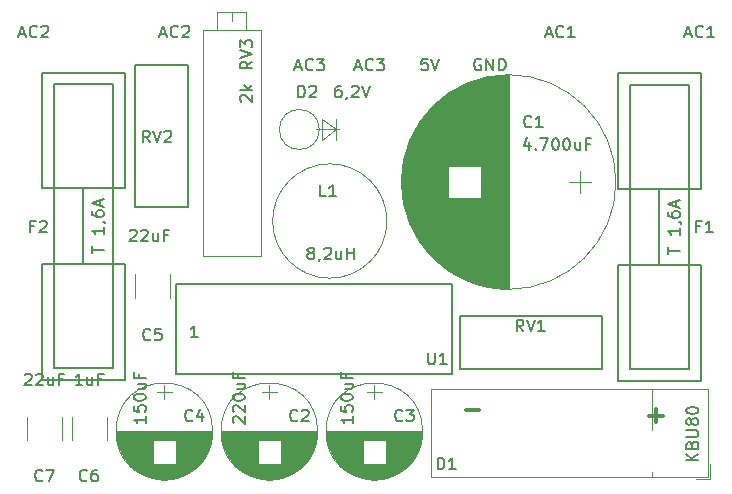
<source format=gto>
G04 #@! TF.GenerationSoftware,KiCad,Pcbnew,(5.1.6)-1*
G04 #@! TF.CreationDate,2020-08-05T18:30:33+02:00*
G04 #@! TF.ProjectId,C64-PSU-251053-11_Austauschplatine,4336342d-5053-4552-9d32-35313035332d,0.3.1*
G04 #@! TF.SameCoordinates,Original*
G04 #@! TF.FileFunction,Legend,Top*
G04 #@! TF.FilePolarity,Positive*
%FSLAX46Y46*%
G04 Gerber Fmt 4.6, Leading zero omitted, Abs format (unit mm)*
G04 Created by KiCad (PCBNEW (5.1.6)-1) date 2020-08-05 18:30:33*
%MOMM*%
%LPD*%
G01*
G04 APERTURE LIST*
%ADD10C,0.300000*%
%ADD11C,0.120000*%
%ADD12C,0.150000*%
G04 APERTURE END LIST*
D10*
X158126428Y-106912857D02*
X156983571Y-106912857D01*
X173626428Y-107412857D02*
X172483571Y-107412857D01*
X173055000Y-106841428D02*
X173055000Y-107984285D01*
D11*
X150295000Y-90932000D02*
G75*
G03*
X150295000Y-90932000I-4840000J0D01*
G01*
X137160000Y-73225000D02*
X137160000Y-73985000D01*
X138400000Y-74744000D02*
X135920000Y-74744000D01*
X138400000Y-73225000D02*
X135920000Y-73225000D01*
X135920000Y-73225000D02*
X135920000Y-74744000D01*
X138400000Y-73225000D02*
X138400000Y-74744000D01*
X139620000Y-93866000D02*
X134700000Y-93866000D01*
X139620000Y-74745000D02*
X134700000Y-74745000D01*
X134700000Y-74745000D02*
X134700000Y-93866000D01*
X139620000Y-74745000D02*
X139620000Y-93866000D01*
X149875000Y-105390000D02*
X148575000Y-105390000D01*
X149225000Y-104790000D02*
X149225000Y-105990000D01*
X149471000Y-112821000D02*
X148979000Y-112821000D01*
X149823000Y-112781000D02*
X148627000Y-112781000D01*
X150039000Y-112741000D02*
X148411000Y-112741000D01*
X150208000Y-112701000D02*
X148242000Y-112701000D01*
X150352000Y-112661000D02*
X148098000Y-112661000D01*
X150479000Y-112621000D02*
X147971000Y-112621000D01*
X150594000Y-112581000D02*
X147856000Y-112581000D01*
X150698000Y-112541000D02*
X147752000Y-112541000D01*
X150795000Y-112501000D02*
X147655000Y-112501000D01*
X150885000Y-112461000D02*
X147565000Y-112461000D01*
X150970000Y-112421000D02*
X147480000Y-112421000D01*
X151051000Y-112381000D02*
X147399000Y-112381000D01*
X151127000Y-112341000D02*
X147323000Y-112341000D01*
X151199000Y-112301000D02*
X147251000Y-112301000D01*
X151268000Y-112261000D02*
X147182000Y-112261000D01*
X151334000Y-112221000D02*
X147116000Y-112221000D01*
X151398000Y-112181000D02*
X147052000Y-112181000D01*
X151459000Y-112141000D02*
X146991000Y-112141000D01*
X151518000Y-112101000D02*
X146932000Y-112101000D01*
X151574000Y-112061000D02*
X146876000Y-112061000D01*
X151629000Y-112021000D02*
X146821000Y-112021000D01*
X151682000Y-111981000D02*
X146768000Y-111981000D01*
X151733000Y-111941000D02*
X146717000Y-111941000D01*
X151782000Y-111901000D02*
X146668000Y-111901000D01*
X151830000Y-111861000D02*
X146620000Y-111861000D01*
X151877000Y-111821000D02*
X146573000Y-111821000D01*
X151922000Y-111781000D02*
X146528000Y-111781000D01*
X151965000Y-111741000D02*
X146485000Y-111741000D01*
X152008000Y-111701000D02*
X146442000Y-111701000D01*
X152049000Y-111661000D02*
X146401000Y-111661000D01*
X152090000Y-111621000D02*
X146360000Y-111621000D01*
X152129000Y-111581000D02*
X146321000Y-111581000D01*
X152167000Y-111541000D02*
X146283000Y-111541000D01*
X152204000Y-111501000D02*
X146246000Y-111501000D01*
X148245000Y-111461000D02*
X146210000Y-111461000D01*
X152240000Y-111461000D02*
X150205000Y-111461000D01*
X148245000Y-111421000D02*
X146175000Y-111421000D01*
X152275000Y-111421000D02*
X150205000Y-111421000D01*
X148245000Y-111381000D02*
X146141000Y-111381000D01*
X152309000Y-111381000D02*
X150205000Y-111381000D01*
X148245000Y-111341000D02*
X146107000Y-111341000D01*
X152343000Y-111341000D02*
X150205000Y-111341000D01*
X148245000Y-111301000D02*
X146075000Y-111301000D01*
X152375000Y-111301000D02*
X150205000Y-111301000D01*
X148245000Y-111261000D02*
X146043000Y-111261000D01*
X152407000Y-111261000D02*
X150205000Y-111261000D01*
X148245000Y-111221000D02*
X146012000Y-111221000D01*
X152438000Y-111221000D02*
X150205000Y-111221000D01*
X148245000Y-111181000D02*
X145982000Y-111181000D01*
X152468000Y-111181000D02*
X150205000Y-111181000D01*
X148245000Y-111141000D02*
X145953000Y-111141000D01*
X152497000Y-111141000D02*
X150205000Y-111141000D01*
X148245000Y-111101000D02*
X145924000Y-111101000D01*
X152526000Y-111101000D02*
X150205000Y-111101000D01*
X148245000Y-111061000D02*
X145896000Y-111061000D01*
X152554000Y-111061000D02*
X150205000Y-111061000D01*
X148245000Y-111021000D02*
X145869000Y-111021000D01*
X152581000Y-111021000D02*
X150205000Y-111021000D01*
X148245000Y-110981000D02*
X145842000Y-110981000D01*
X152608000Y-110981000D02*
X150205000Y-110981000D01*
X148245000Y-110941000D02*
X145817000Y-110941000D01*
X152633000Y-110941000D02*
X150205000Y-110941000D01*
X148245000Y-110901000D02*
X145791000Y-110901000D01*
X152659000Y-110901000D02*
X150205000Y-110901000D01*
X148245000Y-110861000D02*
X145767000Y-110861000D01*
X152683000Y-110861000D02*
X150205000Y-110861000D01*
X148245000Y-110821000D02*
X145743000Y-110821000D01*
X152707000Y-110821000D02*
X150205000Y-110821000D01*
X148245000Y-110781000D02*
X145720000Y-110781000D01*
X152730000Y-110781000D02*
X150205000Y-110781000D01*
X148245000Y-110741000D02*
X145697000Y-110741000D01*
X152753000Y-110741000D02*
X150205000Y-110741000D01*
X148245000Y-110701000D02*
X145675000Y-110701000D01*
X152775000Y-110701000D02*
X150205000Y-110701000D01*
X148245000Y-110661000D02*
X145653000Y-110661000D01*
X152797000Y-110661000D02*
X150205000Y-110661000D01*
X148245000Y-110621000D02*
X145632000Y-110621000D01*
X152818000Y-110621000D02*
X150205000Y-110621000D01*
X148245000Y-110581000D02*
X145612000Y-110581000D01*
X152838000Y-110581000D02*
X150205000Y-110581000D01*
X148245000Y-110541000D02*
X145592000Y-110541000D01*
X152858000Y-110541000D02*
X150205000Y-110541000D01*
X148245000Y-110501000D02*
X145573000Y-110501000D01*
X152877000Y-110501000D02*
X150205000Y-110501000D01*
X148245000Y-110461000D02*
X145554000Y-110461000D01*
X152896000Y-110461000D02*
X150205000Y-110461000D01*
X148245000Y-110421000D02*
X145535000Y-110421000D01*
X152915000Y-110421000D02*
X150205000Y-110421000D01*
X148245000Y-110381000D02*
X145518000Y-110381000D01*
X152932000Y-110381000D02*
X150205000Y-110381000D01*
X148245000Y-110341000D02*
X145500000Y-110341000D01*
X152950000Y-110341000D02*
X150205000Y-110341000D01*
X148245000Y-110301000D02*
X145484000Y-110301000D01*
X152966000Y-110301000D02*
X150205000Y-110301000D01*
X148245000Y-110261000D02*
X145467000Y-110261000D01*
X152983000Y-110261000D02*
X150205000Y-110261000D01*
X148245000Y-110221000D02*
X145452000Y-110221000D01*
X152998000Y-110221000D02*
X150205000Y-110221000D01*
X148245000Y-110181000D02*
X145436000Y-110181000D01*
X153014000Y-110181000D02*
X150205000Y-110181000D01*
X148245000Y-110141000D02*
X145422000Y-110141000D01*
X153028000Y-110141000D02*
X150205000Y-110141000D01*
X148245000Y-110101000D02*
X145407000Y-110101000D01*
X153043000Y-110101000D02*
X150205000Y-110101000D01*
X148245000Y-110061000D02*
X145393000Y-110061000D01*
X153057000Y-110061000D02*
X150205000Y-110061000D01*
X148245000Y-110021000D02*
X145380000Y-110021000D01*
X153070000Y-110021000D02*
X150205000Y-110021000D01*
X148245000Y-109981000D02*
X145367000Y-109981000D01*
X153083000Y-109981000D02*
X150205000Y-109981000D01*
X148245000Y-109941000D02*
X145355000Y-109941000D01*
X153095000Y-109941000D02*
X150205000Y-109941000D01*
X148245000Y-109901000D02*
X145342000Y-109901000D01*
X153108000Y-109901000D02*
X150205000Y-109901000D01*
X148245000Y-109861000D02*
X145331000Y-109861000D01*
X153119000Y-109861000D02*
X150205000Y-109861000D01*
X148245000Y-109821000D02*
X145320000Y-109821000D01*
X153130000Y-109821000D02*
X150205000Y-109821000D01*
X148245000Y-109781000D02*
X145309000Y-109781000D01*
X153141000Y-109781000D02*
X150205000Y-109781000D01*
X148245000Y-109741000D02*
X145299000Y-109741000D01*
X153151000Y-109741000D02*
X150205000Y-109741000D01*
X148245000Y-109701000D02*
X145289000Y-109701000D01*
X153161000Y-109701000D02*
X150205000Y-109701000D01*
X148245000Y-109661000D02*
X145279000Y-109661000D01*
X153171000Y-109661000D02*
X150205000Y-109661000D01*
X148245000Y-109621000D02*
X145270000Y-109621000D01*
X153180000Y-109621000D02*
X150205000Y-109621000D01*
X148245000Y-109581000D02*
X145262000Y-109581000D01*
X153188000Y-109581000D02*
X150205000Y-109581000D01*
X148245000Y-109541000D02*
X145254000Y-109541000D01*
X153196000Y-109541000D02*
X150205000Y-109541000D01*
X153204000Y-109501000D02*
X145246000Y-109501000D01*
X153212000Y-109461000D02*
X145238000Y-109461000D01*
X153219000Y-109420000D02*
X145231000Y-109420000D01*
X153225000Y-109380000D02*
X145225000Y-109380000D01*
X153231000Y-109340000D02*
X145219000Y-109340000D01*
X153237000Y-109300000D02*
X145213000Y-109300000D01*
X153242000Y-109260000D02*
X145208000Y-109260000D01*
X153247000Y-109220000D02*
X145203000Y-109220000D01*
X153252000Y-109180000D02*
X145198000Y-109180000D01*
X153256000Y-109140000D02*
X145194000Y-109140000D01*
X153260000Y-109100000D02*
X145190000Y-109100000D01*
X153263000Y-109060000D02*
X145187000Y-109060000D01*
X153266000Y-109020000D02*
X145184000Y-109020000D01*
X153268000Y-108980000D02*
X145182000Y-108980000D01*
X153271000Y-108940000D02*
X145179000Y-108940000D01*
X153272000Y-108900000D02*
X145178000Y-108900000D01*
X153274000Y-108860000D02*
X145176000Y-108860000D01*
X153275000Y-108820000D02*
X145175000Y-108820000D01*
X153275000Y-108780000D02*
X145175000Y-108780000D01*
X153275000Y-108740000D02*
X145175000Y-108740000D01*
X153315000Y-108740000D02*
G75*
G03*
X153315000Y-108740000I-4090000J0D01*
G01*
X132095000Y-105390000D02*
X130795000Y-105390000D01*
X131445000Y-104790000D02*
X131445000Y-105990000D01*
X131691000Y-112821000D02*
X131199000Y-112821000D01*
X132043000Y-112781000D02*
X130847000Y-112781000D01*
X132259000Y-112741000D02*
X130631000Y-112741000D01*
X132428000Y-112701000D02*
X130462000Y-112701000D01*
X132572000Y-112661000D02*
X130318000Y-112661000D01*
X132699000Y-112621000D02*
X130191000Y-112621000D01*
X132814000Y-112581000D02*
X130076000Y-112581000D01*
X132918000Y-112541000D02*
X129972000Y-112541000D01*
X133015000Y-112501000D02*
X129875000Y-112501000D01*
X133105000Y-112461000D02*
X129785000Y-112461000D01*
X133190000Y-112421000D02*
X129700000Y-112421000D01*
X133271000Y-112381000D02*
X129619000Y-112381000D01*
X133347000Y-112341000D02*
X129543000Y-112341000D01*
X133419000Y-112301000D02*
X129471000Y-112301000D01*
X133488000Y-112261000D02*
X129402000Y-112261000D01*
X133554000Y-112221000D02*
X129336000Y-112221000D01*
X133618000Y-112181000D02*
X129272000Y-112181000D01*
X133679000Y-112141000D02*
X129211000Y-112141000D01*
X133738000Y-112101000D02*
X129152000Y-112101000D01*
X133794000Y-112061000D02*
X129096000Y-112061000D01*
X133849000Y-112021000D02*
X129041000Y-112021000D01*
X133902000Y-111981000D02*
X128988000Y-111981000D01*
X133953000Y-111941000D02*
X128937000Y-111941000D01*
X134002000Y-111901000D02*
X128888000Y-111901000D01*
X134050000Y-111861000D02*
X128840000Y-111861000D01*
X134097000Y-111821000D02*
X128793000Y-111821000D01*
X134142000Y-111781000D02*
X128748000Y-111781000D01*
X134185000Y-111741000D02*
X128705000Y-111741000D01*
X134228000Y-111701000D02*
X128662000Y-111701000D01*
X134269000Y-111661000D02*
X128621000Y-111661000D01*
X134310000Y-111621000D02*
X128580000Y-111621000D01*
X134349000Y-111581000D02*
X128541000Y-111581000D01*
X134387000Y-111541000D02*
X128503000Y-111541000D01*
X134424000Y-111501000D02*
X128466000Y-111501000D01*
X130465000Y-111461000D02*
X128430000Y-111461000D01*
X134460000Y-111461000D02*
X132425000Y-111461000D01*
X130465000Y-111421000D02*
X128395000Y-111421000D01*
X134495000Y-111421000D02*
X132425000Y-111421000D01*
X130465000Y-111381000D02*
X128361000Y-111381000D01*
X134529000Y-111381000D02*
X132425000Y-111381000D01*
X130465000Y-111341000D02*
X128327000Y-111341000D01*
X134563000Y-111341000D02*
X132425000Y-111341000D01*
X130465000Y-111301000D02*
X128295000Y-111301000D01*
X134595000Y-111301000D02*
X132425000Y-111301000D01*
X130465000Y-111261000D02*
X128263000Y-111261000D01*
X134627000Y-111261000D02*
X132425000Y-111261000D01*
X130465000Y-111221000D02*
X128232000Y-111221000D01*
X134658000Y-111221000D02*
X132425000Y-111221000D01*
X130465000Y-111181000D02*
X128202000Y-111181000D01*
X134688000Y-111181000D02*
X132425000Y-111181000D01*
X130465000Y-111141000D02*
X128173000Y-111141000D01*
X134717000Y-111141000D02*
X132425000Y-111141000D01*
X130465000Y-111101000D02*
X128144000Y-111101000D01*
X134746000Y-111101000D02*
X132425000Y-111101000D01*
X130465000Y-111061000D02*
X128116000Y-111061000D01*
X134774000Y-111061000D02*
X132425000Y-111061000D01*
X130465000Y-111021000D02*
X128089000Y-111021000D01*
X134801000Y-111021000D02*
X132425000Y-111021000D01*
X130465000Y-110981000D02*
X128062000Y-110981000D01*
X134828000Y-110981000D02*
X132425000Y-110981000D01*
X130465000Y-110941000D02*
X128037000Y-110941000D01*
X134853000Y-110941000D02*
X132425000Y-110941000D01*
X130465000Y-110901000D02*
X128011000Y-110901000D01*
X134879000Y-110901000D02*
X132425000Y-110901000D01*
X130465000Y-110861000D02*
X127987000Y-110861000D01*
X134903000Y-110861000D02*
X132425000Y-110861000D01*
X130465000Y-110821000D02*
X127963000Y-110821000D01*
X134927000Y-110821000D02*
X132425000Y-110821000D01*
X130465000Y-110781000D02*
X127940000Y-110781000D01*
X134950000Y-110781000D02*
X132425000Y-110781000D01*
X130465000Y-110741000D02*
X127917000Y-110741000D01*
X134973000Y-110741000D02*
X132425000Y-110741000D01*
X130465000Y-110701000D02*
X127895000Y-110701000D01*
X134995000Y-110701000D02*
X132425000Y-110701000D01*
X130465000Y-110661000D02*
X127873000Y-110661000D01*
X135017000Y-110661000D02*
X132425000Y-110661000D01*
X130465000Y-110621000D02*
X127852000Y-110621000D01*
X135038000Y-110621000D02*
X132425000Y-110621000D01*
X130465000Y-110581000D02*
X127832000Y-110581000D01*
X135058000Y-110581000D02*
X132425000Y-110581000D01*
X130465000Y-110541000D02*
X127812000Y-110541000D01*
X135078000Y-110541000D02*
X132425000Y-110541000D01*
X130465000Y-110501000D02*
X127793000Y-110501000D01*
X135097000Y-110501000D02*
X132425000Y-110501000D01*
X130465000Y-110461000D02*
X127774000Y-110461000D01*
X135116000Y-110461000D02*
X132425000Y-110461000D01*
X130465000Y-110421000D02*
X127755000Y-110421000D01*
X135135000Y-110421000D02*
X132425000Y-110421000D01*
X130465000Y-110381000D02*
X127738000Y-110381000D01*
X135152000Y-110381000D02*
X132425000Y-110381000D01*
X130465000Y-110341000D02*
X127720000Y-110341000D01*
X135170000Y-110341000D02*
X132425000Y-110341000D01*
X130465000Y-110301000D02*
X127704000Y-110301000D01*
X135186000Y-110301000D02*
X132425000Y-110301000D01*
X130465000Y-110261000D02*
X127687000Y-110261000D01*
X135203000Y-110261000D02*
X132425000Y-110261000D01*
X130465000Y-110221000D02*
X127672000Y-110221000D01*
X135218000Y-110221000D02*
X132425000Y-110221000D01*
X130465000Y-110181000D02*
X127656000Y-110181000D01*
X135234000Y-110181000D02*
X132425000Y-110181000D01*
X130465000Y-110141000D02*
X127642000Y-110141000D01*
X135248000Y-110141000D02*
X132425000Y-110141000D01*
X130465000Y-110101000D02*
X127627000Y-110101000D01*
X135263000Y-110101000D02*
X132425000Y-110101000D01*
X130465000Y-110061000D02*
X127613000Y-110061000D01*
X135277000Y-110061000D02*
X132425000Y-110061000D01*
X130465000Y-110021000D02*
X127600000Y-110021000D01*
X135290000Y-110021000D02*
X132425000Y-110021000D01*
X130465000Y-109981000D02*
X127587000Y-109981000D01*
X135303000Y-109981000D02*
X132425000Y-109981000D01*
X130465000Y-109941000D02*
X127575000Y-109941000D01*
X135315000Y-109941000D02*
X132425000Y-109941000D01*
X130465000Y-109901000D02*
X127562000Y-109901000D01*
X135328000Y-109901000D02*
X132425000Y-109901000D01*
X130465000Y-109861000D02*
X127551000Y-109861000D01*
X135339000Y-109861000D02*
X132425000Y-109861000D01*
X130465000Y-109821000D02*
X127540000Y-109821000D01*
X135350000Y-109821000D02*
X132425000Y-109821000D01*
X130465000Y-109781000D02*
X127529000Y-109781000D01*
X135361000Y-109781000D02*
X132425000Y-109781000D01*
X130465000Y-109741000D02*
X127519000Y-109741000D01*
X135371000Y-109741000D02*
X132425000Y-109741000D01*
X130465000Y-109701000D02*
X127509000Y-109701000D01*
X135381000Y-109701000D02*
X132425000Y-109701000D01*
X130465000Y-109661000D02*
X127499000Y-109661000D01*
X135391000Y-109661000D02*
X132425000Y-109661000D01*
X130465000Y-109621000D02*
X127490000Y-109621000D01*
X135400000Y-109621000D02*
X132425000Y-109621000D01*
X130465000Y-109581000D02*
X127482000Y-109581000D01*
X135408000Y-109581000D02*
X132425000Y-109581000D01*
X130465000Y-109541000D02*
X127474000Y-109541000D01*
X135416000Y-109541000D02*
X132425000Y-109541000D01*
X135424000Y-109501000D02*
X127466000Y-109501000D01*
X135432000Y-109461000D02*
X127458000Y-109461000D01*
X135439000Y-109420000D02*
X127451000Y-109420000D01*
X135445000Y-109380000D02*
X127445000Y-109380000D01*
X135451000Y-109340000D02*
X127439000Y-109340000D01*
X135457000Y-109300000D02*
X127433000Y-109300000D01*
X135462000Y-109260000D02*
X127428000Y-109260000D01*
X135467000Y-109220000D02*
X127423000Y-109220000D01*
X135472000Y-109180000D02*
X127418000Y-109180000D01*
X135476000Y-109140000D02*
X127414000Y-109140000D01*
X135480000Y-109100000D02*
X127410000Y-109100000D01*
X135483000Y-109060000D02*
X127407000Y-109060000D01*
X135486000Y-109020000D02*
X127404000Y-109020000D01*
X135488000Y-108980000D02*
X127402000Y-108980000D01*
X135491000Y-108940000D02*
X127399000Y-108940000D01*
X135492000Y-108900000D02*
X127398000Y-108900000D01*
X135494000Y-108860000D02*
X127396000Y-108860000D01*
X135495000Y-108820000D02*
X127395000Y-108820000D01*
X135495000Y-108780000D02*
X127395000Y-108780000D01*
X135495000Y-108740000D02*
X127395000Y-108740000D01*
X135535000Y-108740000D02*
G75*
G03*
X135535000Y-108740000I-4090000J0D01*
G01*
X144565635Y-83185000D02*
G75*
G03*
X144565635Y-83185000I-1690635J0D01*
G01*
X144822333Y-82296000D02*
X146007667Y-83185000D01*
X144822333Y-84074000D02*
X144822333Y-82296000D01*
X146007667Y-83185000D02*
X144822333Y-84074000D01*
X146007667Y-84074000D02*
X146007667Y-82296000D01*
X146264365Y-83185000D02*
X144275000Y-83185000D01*
X169685000Y-87630000D02*
G75*
G03*
X169685000Y-87630000I-9090000J0D01*
G01*
X160595000Y-96680000D02*
X160595000Y-78580000D01*
X160555000Y-96680000D02*
X160555000Y-78580000D01*
X160515000Y-96680000D02*
X160515000Y-78580000D01*
X160475000Y-96680000D02*
X160475000Y-78580000D01*
X160435000Y-96679000D02*
X160435000Y-78581000D01*
X160395000Y-96678000D02*
X160395000Y-78582000D01*
X160355000Y-96677000D02*
X160355000Y-78583000D01*
X160315000Y-96676000D02*
X160315000Y-78584000D01*
X160275000Y-96675000D02*
X160275000Y-78585000D01*
X160235000Y-96673000D02*
X160235000Y-78587000D01*
X160195000Y-96672000D02*
X160195000Y-78588000D01*
X160155000Y-96670000D02*
X160155000Y-78590000D01*
X160115000Y-96668000D02*
X160115000Y-78592000D01*
X160075000Y-96666000D02*
X160075000Y-78594000D01*
X160035000Y-96663000D02*
X160035000Y-78597000D01*
X159995000Y-96661000D02*
X159995000Y-78599000D01*
X159955000Y-96658000D02*
X159955000Y-78602000D01*
X159915000Y-96655000D02*
X159915000Y-78605000D01*
X159874000Y-96652000D02*
X159874000Y-78608000D01*
X159834000Y-96649000D02*
X159834000Y-78611000D01*
X159794000Y-96645000D02*
X159794000Y-78615000D01*
X159754000Y-96642000D02*
X159754000Y-78618000D01*
X159714000Y-96638000D02*
X159714000Y-78622000D01*
X159674000Y-96634000D02*
X159674000Y-78626000D01*
X159634000Y-96630000D02*
X159634000Y-78630000D01*
X159594000Y-96625000D02*
X159594000Y-78635000D01*
X159554000Y-96621000D02*
X159554000Y-78639000D01*
X159514000Y-96616000D02*
X159514000Y-78644000D01*
X159474000Y-96611000D02*
X159474000Y-78649000D01*
X159434000Y-96606000D02*
X159434000Y-78654000D01*
X159394000Y-96601000D02*
X159394000Y-78659000D01*
X159354000Y-96596000D02*
X159354000Y-78664000D01*
X159314000Y-96590000D02*
X159314000Y-78670000D01*
X159274000Y-96584000D02*
X159274000Y-78676000D01*
X159234000Y-96578000D02*
X159234000Y-78682000D01*
X159194000Y-96572000D02*
X159194000Y-78688000D01*
X159154000Y-96566000D02*
X159154000Y-78694000D01*
X159114000Y-96559000D02*
X159114000Y-78701000D01*
X159074000Y-96553000D02*
X159074000Y-78707000D01*
X159034000Y-96546000D02*
X159034000Y-78714000D01*
X158994000Y-96539000D02*
X158994000Y-78721000D01*
X158954000Y-96531000D02*
X158954000Y-78729000D01*
X158914000Y-96524000D02*
X158914000Y-78736000D01*
X158874000Y-96516000D02*
X158874000Y-78744000D01*
X158834000Y-96508000D02*
X158834000Y-78752000D01*
X158794000Y-96500000D02*
X158794000Y-78760000D01*
X158754000Y-96492000D02*
X158754000Y-78768000D01*
X158714000Y-96484000D02*
X158714000Y-78776000D01*
X158674000Y-96475000D02*
X158674000Y-78785000D01*
X158634000Y-96467000D02*
X158634000Y-78793000D01*
X158594000Y-96458000D02*
X158594000Y-78802000D01*
X158554000Y-96449000D02*
X158554000Y-78811000D01*
X158514000Y-96439000D02*
X158514000Y-78821000D01*
X158474000Y-96430000D02*
X158474000Y-78830000D01*
X158434000Y-96420000D02*
X158434000Y-78840000D01*
X158394000Y-96410000D02*
X158394000Y-78850000D01*
X158354000Y-96400000D02*
X158354000Y-78860000D01*
X158314000Y-96390000D02*
X158314000Y-78870000D01*
X158274000Y-96379000D02*
X158274000Y-78881000D01*
X158234000Y-96369000D02*
X158234000Y-78891000D01*
X158194000Y-96358000D02*
X158194000Y-89010000D01*
X158194000Y-86250000D02*
X158194000Y-78902000D01*
X158154000Y-96347000D02*
X158154000Y-89010000D01*
X158154000Y-86250000D02*
X158154000Y-78913000D01*
X158114000Y-96336000D02*
X158114000Y-89010000D01*
X158114000Y-86250000D02*
X158114000Y-78924000D01*
X158074000Y-96324000D02*
X158074000Y-89010000D01*
X158074000Y-86250000D02*
X158074000Y-78936000D01*
X158034000Y-96313000D02*
X158034000Y-89010000D01*
X158034000Y-86250000D02*
X158034000Y-78947000D01*
X157994000Y-96301000D02*
X157994000Y-89010000D01*
X157994000Y-86250000D02*
X157994000Y-78959000D01*
X157954000Y-96289000D02*
X157954000Y-89010000D01*
X157954000Y-86250000D02*
X157954000Y-78971000D01*
X157914000Y-96276000D02*
X157914000Y-89010000D01*
X157914000Y-86250000D02*
X157914000Y-78984000D01*
X157874000Y-96264000D02*
X157874000Y-89010000D01*
X157874000Y-86250000D02*
X157874000Y-78996000D01*
X157834000Y-96251000D02*
X157834000Y-89010000D01*
X157834000Y-86250000D02*
X157834000Y-79009000D01*
X157794000Y-96239000D02*
X157794000Y-89010000D01*
X157794000Y-86250000D02*
X157794000Y-79021000D01*
X157754000Y-96225000D02*
X157754000Y-89010000D01*
X157754000Y-86250000D02*
X157754000Y-79035000D01*
X157714000Y-96212000D02*
X157714000Y-89010000D01*
X157714000Y-86250000D02*
X157714000Y-79048000D01*
X157674000Y-96199000D02*
X157674000Y-89010000D01*
X157674000Y-86250000D02*
X157674000Y-79061000D01*
X157634000Y-96185000D02*
X157634000Y-89010000D01*
X157634000Y-86250000D02*
X157634000Y-79075000D01*
X157594000Y-96171000D02*
X157594000Y-89010000D01*
X157594000Y-86250000D02*
X157594000Y-79089000D01*
X157554000Y-96157000D02*
X157554000Y-89010000D01*
X157554000Y-86250000D02*
X157554000Y-79103000D01*
X157514000Y-96143000D02*
X157514000Y-89010000D01*
X157514000Y-86250000D02*
X157514000Y-79117000D01*
X157474000Y-96128000D02*
X157474000Y-89010000D01*
X157474000Y-86250000D02*
X157474000Y-79132000D01*
X157434000Y-96114000D02*
X157434000Y-89010000D01*
X157434000Y-86250000D02*
X157434000Y-79146000D01*
X157394000Y-96099000D02*
X157394000Y-89010000D01*
X157394000Y-86250000D02*
X157394000Y-79161000D01*
X157354000Y-96083000D02*
X157354000Y-89010000D01*
X157354000Y-86250000D02*
X157354000Y-79177000D01*
X157314000Y-96068000D02*
X157314000Y-89010000D01*
X157314000Y-86250000D02*
X157314000Y-79192000D01*
X157274000Y-96053000D02*
X157274000Y-89010000D01*
X157274000Y-86250000D02*
X157274000Y-79207000D01*
X157234000Y-96037000D02*
X157234000Y-89010000D01*
X157234000Y-86250000D02*
X157234000Y-79223000D01*
X157194000Y-96021000D02*
X157194000Y-89010000D01*
X157194000Y-86250000D02*
X157194000Y-79239000D01*
X157154000Y-96004000D02*
X157154000Y-89010000D01*
X157154000Y-86250000D02*
X157154000Y-79256000D01*
X157114000Y-95988000D02*
X157114000Y-89010000D01*
X157114000Y-86250000D02*
X157114000Y-79272000D01*
X157074000Y-95971000D02*
X157074000Y-89010000D01*
X157074000Y-86250000D02*
X157074000Y-79289000D01*
X157034000Y-95954000D02*
X157034000Y-89010000D01*
X157034000Y-86250000D02*
X157034000Y-79306000D01*
X156994000Y-95937000D02*
X156994000Y-89010000D01*
X156994000Y-86250000D02*
X156994000Y-79323000D01*
X156954000Y-95920000D02*
X156954000Y-89010000D01*
X156954000Y-86250000D02*
X156954000Y-79340000D01*
X156914000Y-95902000D02*
X156914000Y-89010000D01*
X156914000Y-86250000D02*
X156914000Y-79358000D01*
X156874000Y-95884000D02*
X156874000Y-89010000D01*
X156874000Y-86250000D02*
X156874000Y-79376000D01*
X156834000Y-95866000D02*
X156834000Y-89010000D01*
X156834000Y-86250000D02*
X156834000Y-79394000D01*
X156794000Y-95848000D02*
X156794000Y-89010000D01*
X156794000Y-86250000D02*
X156794000Y-79412000D01*
X156754000Y-95830000D02*
X156754000Y-89010000D01*
X156754000Y-86250000D02*
X156754000Y-79430000D01*
X156714000Y-95811000D02*
X156714000Y-89010000D01*
X156714000Y-86250000D02*
X156714000Y-79449000D01*
X156674000Y-95792000D02*
X156674000Y-89010000D01*
X156674000Y-86250000D02*
X156674000Y-79468000D01*
X156634000Y-95773000D02*
X156634000Y-89010000D01*
X156634000Y-86250000D02*
X156634000Y-79487000D01*
X156594000Y-95753000D02*
X156594000Y-89010000D01*
X156594000Y-86250000D02*
X156594000Y-79507000D01*
X156554000Y-95733000D02*
X156554000Y-89010000D01*
X156554000Y-86250000D02*
X156554000Y-79527000D01*
X156514000Y-95713000D02*
X156514000Y-89010000D01*
X156514000Y-86250000D02*
X156514000Y-79547000D01*
X156474000Y-95693000D02*
X156474000Y-89010000D01*
X156474000Y-86250000D02*
X156474000Y-79567000D01*
X156434000Y-95673000D02*
X156434000Y-89010000D01*
X156434000Y-86250000D02*
X156434000Y-79587000D01*
X156394000Y-95652000D02*
X156394000Y-89010000D01*
X156394000Y-86250000D02*
X156394000Y-79608000D01*
X156354000Y-95631000D02*
X156354000Y-89010000D01*
X156354000Y-86250000D02*
X156354000Y-79629000D01*
X156314000Y-95610000D02*
X156314000Y-89010000D01*
X156314000Y-86250000D02*
X156314000Y-79650000D01*
X156274000Y-95588000D02*
X156274000Y-89010000D01*
X156274000Y-86250000D02*
X156274000Y-79672000D01*
X156234000Y-95567000D02*
X156234000Y-89010000D01*
X156234000Y-86250000D02*
X156234000Y-79693000D01*
X156194000Y-95545000D02*
X156194000Y-89010000D01*
X156194000Y-86250000D02*
X156194000Y-79715000D01*
X156154000Y-95522000D02*
X156154000Y-89010000D01*
X156154000Y-86250000D02*
X156154000Y-79738000D01*
X156114000Y-95500000D02*
X156114000Y-89010000D01*
X156114000Y-86250000D02*
X156114000Y-79760000D01*
X156074000Y-95477000D02*
X156074000Y-89010000D01*
X156074000Y-86250000D02*
X156074000Y-79783000D01*
X156034000Y-95454000D02*
X156034000Y-89010000D01*
X156034000Y-86250000D02*
X156034000Y-79806000D01*
X155994000Y-95431000D02*
X155994000Y-89010000D01*
X155994000Y-86250000D02*
X155994000Y-79829000D01*
X155954000Y-95407000D02*
X155954000Y-89010000D01*
X155954000Y-86250000D02*
X155954000Y-79853000D01*
X155914000Y-95383000D02*
X155914000Y-89010000D01*
X155914000Y-86250000D02*
X155914000Y-79877000D01*
X155874000Y-95359000D02*
X155874000Y-89010000D01*
X155874000Y-86250000D02*
X155874000Y-79901000D01*
X155834000Y-95335000D02*
X155834000Y-89010000D01*
X155834000Y-86250000D02*
X155834000Y-79925000D01*
X155794000Y-95310000D02*
X155794000Y-89010000D01*
X155794000Y-86250000D02*
X155794000Y-79950000D01*
X155754000Y-95285000D02*
X155754000Y-89010000D01*
X155754000Y-86250000D02*
X155754000Y-79975000D01*
X155714000Y-95260000D02*
X155714000Y-89010000D01*
X155714000Y-86250000D02*
X155714000Y-80000000D01*
X155674000Y-95234000D02*
X155674000Y-89010000D01*
X155674000Y-86250000D02*
X155674000Y-80026000D01*
X155634000Y-95208000D02*
X155634000Y-89010000D01*
X155634000Y-86250000D02*
X155634000Y-80052000D01*
X155594000Y-95182000D02*
X155594000Y-89010000D01*
X155594000Y-86250000D02*
X155594000Y-80078000D01*
X155554000Y-95155000D02*
X155554000Y-89010000D01*
X155554000Y-86250000D02*
X155554000Y-80105000D01*
X155514000Y-95129000D02*
X155514000Y-89010000D01*
X155514000Y-86250000D02*
X155514000Y-80131000D01*
X155474000Y-95101000D02*
X155474000Y-89010000D01*
X155474000Y-86250000D02*
X155474000Y-80159000D01*
X155434000Y-95074000D02*
X155434000Y-80186000D01*
X155394000Y-95046000D02*
X155394000Y-80214000D01*
X155354000Y-95018000D02*
X155354000Y-80242000D01*
X155314000Y-94990000D02*
X155314000Y-80270000D01*
X155274000Y-94961000D02*
X155274000Y-80299000D01*
X155234000Y-94932000D02*
X155234000Y-80328000D01*
X155194000Y-94903000D02*
X155194000Y-80357000D01*
X155154000Y-94873000D02*
X155154000Y-80387000D01*
X155114000Y-94843000D02*
X155114000Y-80417000D01*
X155074000Y-94813000D02*
X155074000Y-80447000D01*
X155034000Y-94782000D02*
X155034000Y-80478000D01*
X154994000Y-94751000D02*
X154994000Y-80509000D01*
X154954000Y-94719000D02*
X154954000Y-80541000D01*
X154914000Y-94687000D02*
X154914000Y-80573000D01*
X154874000Y-94655000D02*
X154874000Y-80605000D01*
X154834000Y-94623000D02*
X154834000Y-80637000D01*
X154794000Y-94590000D02*
X154794000Y-80670000D01*
X154754000Y-94556000D02*
X154754000Y-80704000D01*
X154714000Y-94523000D02*
X154714000Y-80737000D01*
X154674000Y-94488000D02*
X154674000Y-80772000D01*
X154634000Y-94454000D02*
X154634000Y-80806000D01*
X154594000Y-94419000D02*
X154594000Y-80841000D01*
X154554000Y-94384000D02*
X154554000Y-80876000D01*
X154514000Y-94348000D02*
X154514000Y-80912000D01*
X154474000Y-94312000D02*
X154474000Y-80948000D01*
X154434000Y-94275000D02*
X154434000Y-80985000D01*
X154394000Y-94238000D02*
X154394000Y-81022000D01*
X154354000Y-94200000D02*
X154354000Y-81060000D01*
X154314000Y-94162000D02*
X154314000Y-81098000D01*
X154274000Y-94124000D02*
X154274000Y-81136000D01*
X154234000Y-94085000D02*
X154234000Y-81175000D01*
X154194000Y-94046000D02*
X154194000Y-81214000D01*
X154154000Y-94006000D02*
X154154000Y-81254000D01*
X154114000Y-93965000D02*
X154114000Y-81295000D01*
X154074000Y-93924000D02*
X154074000Y-81336000D01*
X154034000Y-93883000D02*
X154034000Y-81377000D01*
X153994000Y-93841000D02*
X153994000Y-81419000D01*
X153954000Y-93798000D02*
X153954000Y-81462000D01*
X153914000Y-93755000D02*
X153914000Y-81505000D01*
X153874000Y-93712000D02*
X153874000Y-81548000D01*
X153834000Y-93668000D02*
X153834000Y-81592000D01*
X153794000Y-93623000D02*
X153794000Y-81637000D01*
X153754000Y-93577000D02*
X153754000Y-81683000D01*
X153714000Y-93531000D02*
X153714000Y-81729000D01*
X153674000Y-93485000D02*
X153674000Y-81775000D01*
X153634000Y-93437000D02*
X153634000Y-81823000D01*
X153594000Y-93389000D02*
X153594000Y-81871000D01*
X153554000Y-93341000D02*
X153554000Y-81919000D01*
X153514000Y-93292000D02*
X153514000Y-81968000D01*
X153474000Y-93241000D02*
X153474000Y-82019000D01*
X153434000Y-93191000D02*
X153434000Y-82069000D01*
X153394000Y-93139000D02*
X153394000Y-82121000D01*
X153354000Y-93087000D02*
X153354000Y-82173000D01*
X153314000Y-93034000D02*
X153314000Y-82226000D01*
X153274000Y-92980000D02*
X153274000Y-82280000D01*
X153234000Y-92925000D02*
X153234000Y-82335000D01*
X153194000Y-92870000D02*
X153194000Y-82390000D01*
X153154000Y-92813000D02*
X153154000Y-82447000D01*
X153114000Y-92756000D02*
X153114000Y-82504000D01*
X153074000Y-92697000D02*
X153074000Y-82563000D01*
X153034000Y-92638000D02*
X153034000Y-82622000D01*
X152994000Y-92577000D02*
X152994000Y-82683000D01*
X152954000Y-92516000D02*
X152954000Y-82744000D01*
X152914000Y-92453000D02*
X152914000Y-82807000D01*
X152874000Y-92389000D02*
X152874000Y-82871000D01*
X152834000Y-92324000D02*
X152834000Y-82936000D01*
X152794000Y-92258000D02*
X152794000Y-83002000D01*
X152754000Y-92191000D02*
X152754000Y-83069000D01*
X152714000Y-92122000D02*
X152714000Y-83138000D01*
X152674000Y-92052000D02*
X152674000Y-83208000D01*
X152634000Y-91980000D02*
X152634000Y-83280000D01*
X152594000Y-91907000D02*
X152594000Y-83353000D01*
X152554000Y-91832000D02*
X152554000Y-83428000D01*
X152514000Y-91755000D02*
X152514000Y-83505000D01*
X152474000Y-91676000D02*
X152474000Y-83584000D01*
X152434000Y-91596000D02*
X152434000Y-83664000D01*
X152395000Y-91513000D02*
X152395000Y-83747000D01*
X152355000Y-91429000D02*
X152355000Y-83831000D01*
X152315000Y-91341000D02*
X152315000Y-83919000D01*
X152275000Y-91252000D02*
X152275000Y-84008000D01*
X152235000Y-91160000D02*
X152235000Y-84100000D01*
X152195000Y-91064000D02*
X152195000Y-84196000D01*
X152155000Y-90966000D02*
X152155000Y-84294000D01*
X152115000Y-90864000D02*
X152115000Y-84396000D01*
X152075000Y-90759000D02*
X152075000Y-84501000D01*
X152035000Y-90649000D02*
X152035000Y-84611000D01*
X151995000Y-90535000D02*
X151995000Y-84725000D01*
X151955000Y-90415000D02*
X151955000Y-84845000D01*
X151915000Y-90290000D02*
X151915000Y-84970000D01*
X151875000Y-90158000D02*
X151875000Y-85102000D01*
X151835000Y-90018000D02*
X151835000Y-85242000D01*
X151795000Y-89868000D02*
X151795000Y-85392000D01*
X151755000Y-89708000D02*
X151755000Y-85552000D01*
X151715000Y-89533000D02*
X151715000Y-85727000D01*
X151675000Y-89340000D02*
X151675000Y-85920000D01*
X151635000Y-89122000D02*
X151635000Y-86138000D01*
X151595000Y-88866000D02*
X151595000Y-86394000D01*
X151555000Y-88543000D02*
X151555000Y-86717000D01*
X151515000Y-88017000D02*
X151515000Y-87243000D01*
X167545000Y-87630000D02*
X165745000Y-87630000D01*
X166645000Y-88530000D02*
X166645000Y-86730000D01*
X126575000Y-109490000D02*
X126575000Y-107490000D01*
X123615000Y-107490000D02*
X123615000Y-109490000D01*
X119805000Y-107490000D02*
X119805000Y-109490000D01*
X122765000Y-109490000D02*
X122765000Y-107490000D01*
X140985000Y-105390000D02*
X139685000Y-105390000D01*
X140335000Y-104790000D02*
X140335000Y-105990000D01*
X140581000Y-112821000D02*
X140089000Y-112821000D01*
X140933000Y-112781000D02*
X139737000Y-112781000D01*
X141149000Y-112741000D02*
X139521000Y-112741000D01*
X141318000Y-112701000D02*
X139352000Y-112701000D01*
X141462000Y-112661000D02*
X139208000Y-112661000D01*
X141589000Y-112621000D02*
X139081000Y-112621000D01*
X141704000Y-112581000D02*
X138966000Y-112581000D01*
X141808000Y-112541000D02*
X138862000Y-112541000D01*
X141905000Y-112501000D02*
X138765000Y-112501000D01*
X141995000Y-112461000D02*
X138675000Y-112461000D01*
X142080000Y-112421000D02*
X138590000Y-112421000D01*
X142161000Y-112381000D02*
X138509000Y-112381000D01*
X142237000Y-112341000D02*
X138433000Y-112341000D01*
X142309000Y-112301000D02*
X138361000Y-112301000D01*
X142378000Y-112261000D02*
X138292000Y-112261000D01*
X142444000Y-112221000D02*
X138226000Y-112221000D01*
X142508000Y-112181000D02*
X138162000Y-112181000D01*
X142569000Y-112141000D02*
X138101000Y-112141000D01*
X142628000Y-112101000D02*
X138042000Y-112101000D01*
X142684000Y-112061000D02*
X137986000Y-112061000D01*
X142739000Y-112021000D02*
X137931000Y-112021000D01*
X142792000Y-111981000D02*
X137878000Y-111981000D01*
X142843000Y-111941000D02*
X137827000Y-111941000D01*
X142892000Y-111901000D02*
X137778000Y-111901000D01*
X142940000Y-111861000D02*
X137730000Y-111861000D01*
X142987000Y-111821000D02*
X137683000Y-111821000D01*
X143032000Y-111781000D02*
X137638000Y-111781000D01*
X143075000Y-111741000D02*
X137595000Y-111741000D01*
X143118000Y-111701000D02*
X137552000Y-111701000D01*
X143159000Y-111661000D02*
X137511000Y-111661000D01*
X143200000Y-111621000D02*
X137470000Y-111621000D01*
X143239000Y-111581000D02*
X137431000Y-111581000D01*
X143277000Y-111541000D02*
X137393000Y-111541000D01*
X143314000Y-111501000D02*
X137356000Y-111501000D01*
X139355000Y-111461000D02*
X137320000Y-111461000D01*
X143350000Y-111461000D02*
X141315000Y-111461000D01*
X139355000Y-111421000D02*
X137285000Y-111421000D01*
X143385000Y-111421000D02*
X141315000Y-111421000D01*
X139355000Y-111381000D02*
X137251000Y-111381000D01*
X143419000Y-111381000D02*
X141315000Y-111381000D01*
X139355000Y-111341000D02*
X137217000Y-111341000D01*
X143453000Y-111341000D02*
X141315000Y-111341000D01*
X139355000Y-111301000D02*
X137185000Y-111301000D01*
X143485000Y-111301000D02*
X141315000Y-111301000D01*
X139355000Y-111261000D02*
X137153000Y-111261000D01*
X143517000Y-111261000D02*
X141315000Y-111261000D01*
X139355000Y-111221000D02*
X137122000Y-111221000D01*
X143548000Y-111221000D02*
X141315000Y-111221000D01*
X139355000Y-111181000D02*
X137092000Y-111181000D01*
X143578000Y-111181000D02*
X141315000Y-111181000D01*
X139355000Y-111141000D02*
X137063000Y-111141000D01*
X143607000Y-111141000D02*
X141315000Y-111141000D01*
X139355000Y-111101000D02*
X137034000Y-111101000D01*
X143636000Y-111101000D02*
X141315000Y-111101000D01*
X139355000Y-111061000D02*
X137006000Y-111061000D01*
X143664000Y-111061000D02*
X141315000Y-111061000D01*
X139355000Y-111021000D02*
X136979000Y-111021000D01*
X143691000Y-111021000D02*
X141315000Y-111021000D01*
X139355000Y-110981000D02*
X136952000Y-110981000D01*
X143718000Y-110981000D02*
X141315000Y-110981000D01*
X139355000Y-110941000D02*
X136927000Y-110941000D01*
X143743000Y-110941000D02*
X141315000Y-110941000D01*
X139355000Y-110901000D02*
X136901000Y-110901000D01*
X143769000Y-110901000D02*
X141315000Y-110901000D01*
X139355000Y-110861000D02*
X136877000Y-110861000D01*
X143793000Y-110861000D02*
X141315000Y-110861000D01*
X139355000Y-110821000D02*
X136853000Y-110821000D01*
X143817000Y-110821000D02*
X141315000Y-110821000D01*
X139355000Y-110781000D02*
X136830000Y-110781000D01*
X143840000Y-110781000D02*
X141315000Y-110781000D01*
X139355000Y-110741000D02*
X136807000Y-110741000D01*
X143863000Y-110741000D02*
X141315000Y-110741000D01*
X139355000Y-110701000D02*
X136785000Y-110701000D01*
X143885000Y-110701000D02*
X141315000Y-110701000D01*
X139355000Y-110661000D02*
X136763000Y-110661000D01*
X143907000Y-110661000D02*
X141315000Y-110661000D01*
X139355000Y-110621000D02*
X136742000Y-110621000D01*
X143928000Y-110621000D02*
X141315000Y-110621000D01*
X139355000Y-110581000D02*
X136722000Y-110581000D01*
X143948000Y-110581000D02*
X141315000Y-110581000D01*
X139355000Y-110541000D02*
X136702000Y-110541000D01*
X143968000Y-110541000D02*
X141315000Y-110541000D01*
X139355000Y-110501000D02*
X136683000Y-110501000D01*
X143987000Y-110501000D02*
X141315000Y-110501000D01*
X139355000Y-110461000D02*
X136664000Y-110461000D01*
X144006000Y-110461000D02*
X141315000Y-110461000D01*
X139355000Y-110421000D02*
X136645000Y-110421000D01*
X144025000Y-110421000D02*
X141315000Y-110421000D01*
X139355000Y-110381000D02*
X136628000Y-110381000D01*
X144042000Y-110381000D02*
X141315000Y-110381000D01*
X139355000Y-110341000D02*
X136610000Y-110341000D01*
X144060000Y-110341000D02*
X141315000Y-110341000D01*
X139355000Y-110301000D02*
X136594000Y-110301000D01*
X144076000Y-110301000D02*
X141315000Y-110301000D01*
X139355000Y-110261000D02*
X136577000Y-110261000D01*
X144093000Y-110261000D02*
X141315000Y-110261000D01*
X139355000Y-110221000D02*
X136562000Y-110221000D01*
X144108000Y-110221000D02*
X141315000Y-110221000D01*
X139355000Y-110181000D02*
X136546000Y-110181000D01*
X144124000Y-110181000D02*
X141315000Y-110181000D01*
X139355000Y-110141000D02*
X136532000Y-110141000D01*
X144138000Y-110141000D02*
X141315000Y-110141000D01*
X139355000Y-110101000D02*
X136517000Y-110101000D01*
X144153000Y-110101000D02*
X141315000Y-110101000D01*
X139355000Y-110061000D02*
X136503000Y-110061000D01*
X144167000Y-110061000D02*
X141315000Y-110061000D01*
X139355000Y-110021000D02*
X136490000Y-110021000D01*
X144180000Y-110021000D02*
X141315000Y-110021000D01*
X139355000Y-109981000D02*
X136477000Y-109981000D01*
X144193000Y-109981000D02*
X141315000Y-109981000D01*
X139355000Y-109941000D02*
X136465000Y-109941000D01*
X144205000Y-109941000D02*
X141315000Y-109941000D01*
X139355000Y-109901000D02*
X136452000Y-109901000D01*
X144218000Y-109901000D02*
X141315000Y-109901000D01*
X139355000Y-109861000D02*
X136441000Y-109861000D01*
X144229000Y-109861000D02*
X141315000Y-109861000D01*
X139355000Y-109821000D02*
X136430000Y-109821000D01*
X144240000Y-109821000D02*
X141315000Y-109821000D01*
X139355000Y-109781000D02*
X136419000Y-109781000D01*
X144251000Y-109781000D02*
X141315000Y-109781000D01*
X139355000Y-109741000D02*
X136409000Y-109741000D01*
X144261000Y-109741000D02*
X141315000Y-109741000D01*
X139355000Y-109701000D02*
X136399000Y-109701000D01*
X144271000Y-109701000D02*
X141315000Y-109701000D01*
X139355000Y-109661000D02*
X136389000Y-109661000D01*
X144281000Y-109661000D02*
X141315000Y-109661000D01*
X139355000Y-109621000D02*
X136380000Y-109621000D01*
X144290000Y-109621000D02*
X141315000Y-109621000D01*
X139355000Y-109581000D02*
X136372000Y-109581000D01*
X144298000Y-109581000D02*
X141315000Y-109581000D01*
X139355000Y-109541000D02*
X136364000Y-109541000D01*
X144306000Y-109541000D02*
X141315000Y-109541000D01*
X144314000Y-109501000D02*
X136356000Y-109501000D01*
X144322000Y-109461000D02*
X136348000Y-109461000D01*
X144329000Y-109420000D02*
X136341000Y-109420000D01*
X144335000Y-109380000D02*
X136335000Y-109380000D01*
X144341000Y-109340000D02*
X136329000Y-109340000D01*
X144347000Y-109300000D02*
X136323000Y-109300000D01*
X144352000Y-109260000D02*
X136318000Y-109260000D01*
X144357000Y-109220000D02*
X136313000Y-109220000D01*
X144362000Y-109180000D02*
X136308000Y-109180000D01*
X144366000Y-109140000D02*
X136304000Y-109140000D01*
X144370000Y-109100000D02*
X136300000Y-109100000D01*
X144373000Y-109060000D02*
X136297000Y-109060000D01*
X144376000Y-109020000D02*
X136294000Y-109020000D01*
X144378000Y-108980000D02*
X136292000Y-108980000D01*
X144381000Y-108940000D02*
X136289000Y-108940000D01*
X144382000Y-108900000D02*
X136288000Y-108900000D01*
X144384000Y-108860000D02*
X136286000Y-108860000D01*
X144385000Y-108820000D02*
X136285000Y-108820000D01*
X144385000Y-108780000D02*
X136285000Y-108780000D01*
X144385000Y-108740000D02*
X136285000Y-108740000D01*
X144425000Y-108740000D02*
G75*
G03*
X144425000Y-108740000I-4090000J0D01*
G01*
D12*
X155829000Y-103886000D02*
X132461000Y-103886000D01*
X155829000Y-96266000D02*
X132461000Y-96266000D01*
X155829000Y-103886000D02*
X155829000Y-96266000D01*
X132461000Y-103886000D02*
X132461000Y-96266000D01*
D11*
X131909000Y-97425000D02*
X131909000Y-95425000D01*
X128949000Y-95425000D02*
X128949000Y-97425000D01*
D12*
X121086880Y-94612460D02*
X128087120Y-94612460D01*
X128087120Y-94612460D02*
X128087120Y-104360980D01*
X121086880Y-104360980D02*
X128087120Y-104360980D01*
X121086880Y-94612460D02*
X121086880Y-104360980D01*
X122087640Y-103360220D02*
X127086360Y-103360220D01*
X128087120Y-78361540D02*
X128087120Y-79362300D01*
X121086880Y-78361540D02*
X128087120Y-78361540D01*
X121086880Y-78361540D02*
X121086880Y-79362300D01*
X122087640Y-79362300D02*
X127086360Y-79362300D01*
X122087640Y-79362300D02*
X122087640Y-90111580D01*
X127086360Y-79362300D02*
X127086360Y-89860120D01*
X122087640Y-90111580D02*
X122087640Y-101861620D01*
X127086360Y-89860120D02*
X127086360Y-102110540D01*
X122087640Y-101861620D02*
X122087640Y-103360220D01*
X127086360Y-102110540D02*
X127086360Y-103360220D01*
X121086880Y-79362300D02*
X121086880Y-88110060D01*
X128087120Y-79362300D02*
X128087120Y-88110060D01*
X121086880Y-88110060D02*
X128087120Y-88110060D01*
X124587000Y-88110060D02*
X124587000Y-94612460D01*
X168493000Y-103480000D02*
X168493000Y-98980000D01*
X156493000Y-103480000D02*
X156493000Y-98980000D01*
X168493000Y-103480000D02*
X156493000Y-103480000D01*
X168493000Y-98980000D02*
X156493000Y-98980000D01*
X128930000Y-77760000D02*
X128930000Y-89760000D01*
X133430000Y-77760000D02*
X133430000Y-89760000D01*
X133430000Y-89760000D02*
X128930000Y-89760000D01*
X133430000Y-77760000D02*
X128930000Y-77760000D01*
X169854880Y-94691200D02*
X176855120Y-94691200D01*
X176855120Y-94691200D02*
X176855120Y-104439720D01*
X169854880Y-104439720D02*
X176855120Y-104439720D01*
X169854880Y-94691200D02*
X169854880Y-104439720D01*
X170855640Y-103438960D02*
X175854360Y-103438960D01*
X176855120Y-78440280D02*
X176855120Y-79441040D01*
X169854880Y-78440280D02*
X176855120Y-78440280D01*
X169854880Y-78440280D02*
X169854880Y-79441040D01*
X170855640Y-79441040D02*
X175854360Y-79441040D01*
X170855640Y-79441040D02*
X170855640Y-90190320D01*
X175854360Y-79441040D02*
X175854360Y-89938860D01*
X170855640Y-90190320D02*
X170855640Y-101940360D01*
X175854360Y-89938860D02*
X175854360Y-102189280D01*
X170855640Y-101940360D02*
X170855640Y-103438960D01*
X175854360Y-102189280D02*
X175854360Y-103438960D01*
X169854880Y-79441040D02*
X169854880Y-88188800D01*
X176855120Y-79441040D02*
X176855120Y-88188800D01*
X169854880Y-88188800D02*
X176855120Y-88188800D01*
X173355000Y-88188800D02*
X173355000Y-94691200D01*
D11*
X177455000Y-105190000D02*
X154055000Y-105190000D01*
X154055000Y-105190000D02*
X154055000Y-112590000D01*
X154055000Y-112590000D02*
X177455000Y-112590000D01*
X177455000Y-112590000D02*
X177455000Y-105190000D01*
X172755000Y-108590000D02*
X172755000Y-105190000D01*
X177655000Y-111490000D02*
X177655000Y-112790000D01*
X177655000Y-112790000D02*
X176455000Y-112790000D01*
X172755000Y-112190000D02*
X172755000Y-112590000D01*
D12*
X145121333Y-88844380D02*
X144645142Y-88844380D01*
X144645142Y-87844380D01*
X145978476Y-88844380D02*
X145407047Y-88844380D01*
X145692761Y-88844380D02*
X145692761Y-87844380D01*
X145597523Y-87987238D01*
X145502285Y-88082476D01*
X145407047Y-88130095D01*
X143756285Y-93606952D02*
X143661047Y-93559333D01*
X143613428Y-93511714D01*
X143565809Y-93416476D01*
X143565809Y-93368857D01*
X143613428Y-93273619D01*
X143661047Y-93226000D01*
X143756285Y-93178380D01*
X143946761Y-93178380D01*
X144042000Y-93226000D01*
X144089619Y-93273619D01*
X144137238Y-93368857D01*
X144137238Y-93416476D01*
X144089619Y-93511714D01*
X144042000Y-93559333D01*
X143946761Y-93606952D01*
X143756285Y-93606952D01*
X143661047Y-93654571D01*
X143613428Y-93702190D01*
X143565809Y-93797428D01*
X143565809Y-93987904D01*
X143613428Y-94083142D01*
X143661047Y-94130761D01*
X143756285Y-94178380D01*
X143946761Y-94178380D01*
X144042000Y-94130761D01*
X144089619Y-94083142D01*
X144137238Y-93987904D01*
X144137238Y-93797428D01*
X144089619Y-93702190D01*
X144042000Y-93654571D01*
X143946761Y-93606952D01*
X144613428Y-94130761D02*
X144613428Y-94178380D01*
X144565809Y-94273619D01*
X144518190Y-94321238D01*
X144994380Y-93273619D02*
X145042000Y-93226000D01*
X145137238Y-93178380D01*
X145375333Y-93178380D01*
X145470571Y-93226000D01*
X145518190Y-93273619D01*
X145565809Y-93368857D01*
X145565809Y-93464095D01*
X145518190Y-93606952D01*
X144946761Y-94178380D01*
X145565809Y-94178380D01*
X146422952Y-93511714D02*
X146422952Y-94178380D01*
X145994380Y-93511714D02*
X145994380Y-94035523D01*
X146042000Y-94130761D01*
X146137238Y-94178380D01*
X146280095Y-94178380D01*
X146375333Y-94130761D01*
X146422952Y-94083142D01*
X146899142Y-94178380D02*
X146899142Y-93178380D01*
X146899142Y-93654571D02*
X147470571Y-93654571D01*
X147470571Y-94178380D02*
X147470571Y-93178380D01*
X142549714Y-77890666D02*
X143025904Y-77890666D01*
X142454476Y-78176380D02*
X142787809Y-77176380D01*
X143121142Y-78176380D01*
X144025904Y-78081142D02*
X143978285Y-78128761D01*
X143835428Y-78176380D01*
X143740190Y-78176380D01*
X143597333Y-78128761D01*
X143502095Y-78033523D01*
X143454476Y-77938285D01*
X143406857Y-77747809D01*
X143406857Y-77604952D01*
X143454476Y-77414476D01*
X143502095Y-77319238D01*
X143597333Y-77224000D01*
X143740190Y-77176380D01*
X143835428Y-77176380D01*
X143978285Y-77224000D01*
X144025904Y-77271619D01*
X144359238Y-77176380D02*
X144978285Y-77176380D01*
X144644952Y-77557333D01*
X144787809Y-77557333D01*
X144883047Y-77604952D01*
X144930666Y-77652571D01*
X144978285Y-77747809D01*
X144978285Y-77985904D01*
X144930666Y-78081142D01*
X144883047Y-78128761D01*
X144787809Y-78176380D01*
X144502095Y-78176380D01*
X144406857Y-78128761D01*
X144359238Y-78081142D01*
X147629714Y-77890666D02*
X148105904Y-77890666D01*
X147534476Y-78176380D02*
X147867809Y-77176380D01*
X148201142Y-78176380D01*
X149105904Y-78081142D02*
X149058285Y-78128761D01*
X148915428Y-78176380D01*
X148820190Y-78176380D01*
X148677333Y-78128761D01*
X148582095Y-78033523D01*
X148534476Y-77938285D01*
X148486857Y-77747809D01*
X148486857Y-77604952D01*
X148534476Y-77414476D01*
X148582095Y-77319238D01*
X148677333Y-77224000D01*
X148820190Y-77176380D01*
X148915428Y-77176380D01*
X149058285Y-77224000D01*
X149105904Y-77271619D01*
X149439238Y-77176380D02*
X150058285Y-77176380D01*
X149724952Y-77557333D01*
X149867809Y-77557333D01*
X149963047Y-77604952D01*
X150010666Y-77652571D01*
X150058285Y-77747809D01*
X150058285Y-77985904D01*
X150010666Y-78081142D01*
X149963047Y-78128761D01*
X149867809Y-78176380D01*
X149582095Y-78176380D01*
X149486857Y-78128761D01*
X149439238Y-78081142D01*
X158242095Y-77224000D02*
X158146857Y-77176380D01*
X158004000Y-77176380D01*
X157861142Y-77224000D01*
X157765904Y-77319238D01*
X157718285Y-77414476D01*
X157670666Y-77604952D01*
X157670666Y-77747809D01*
X157718285Y-77938285D01*
X157765904Y-78033523D01*
X157861142Y-78128761D01*
X158004000Y-78176380D01*
X158099238Y-78176380D01*
X158242095Y-78128761D01*
X158289714Y-78081142D01*
X158289714Y-77747809D01*
X158099238Y-77747809D01*
X158718285Y-78176380D02*
X158718285Y-77176380D01*
X159289714Y-78176380D01*
X159289714Y-77176380D01*
X159765904Y-78176380D02*
X159765904Y-77176380D01*
X160004000Y-77176380D01*
X160146857Y-77224000D01*
X160242095Y-77319238D01*
X160289714Y-77414476D01*
X160337333Y-77604952D01*
X160337333Y-77747809D01*
X160289714Y-77938285D01*
X160242095Y-78033523D01*
X160146857Y-78128761D01*
X160004000Y-78176380D01*
X159765904Y-78176380D01*
X153733523Y-77176380D02*
X153257333Y-77176380D01*
X153209714Y-77652571D01*
X153257333Y-77604952D01*
X153352571Y-77557333D01*
X153590666Y-77557333D01*
X153685904Y-77604952D01*
X153733523Y-77652571D01*
X153781142Y-77747809D01*
X153781142Y-77985904D01*
X153733523Y-78081142D01*
X153685904Y-78128761D01*
X153590666Y-78176380D01*
X153352571Y-78176380D01*
X153257333Y-78128761D01*
X153209714Y-78081142D01*
X154066857Y-77176380D02*
X154400190Y-78176380D01*
X154733523Y-77176380D01*
X131119714Y-75096666D02*
X131595904Y-75096666D01*
X131024476Y-75382380D02*
X131357809Y-74382380D01*
X131691142Y-75382380D01*
X132595904Y-75287142D02*
X132548285Y-75334761D01*
X132405428Y-75382380D01*
X132310190Y-75382380D01*
X132167333Y-75334761D01*
X132072095Y-75239523D01*
X132024476Y-75144285D01*
X131976857Y-74953809D01*
X131976857Y-74810952D01*
X132024476Y-74620476D01*
X132072095Y-74525238D01*
X132167333Y-74430000D01*
X132310190Y-74382380D01*
X132405428Y-74382380D01*
X132548285Y-74430000D01*
X132595904Y-74477619D01*
X132976857Y-74477619D02*
X133024476Y-74430000D01*
X133119714Y-74382380D01*
X133357809Y-74382380D01*
X133453047Y-74430000D01*
X133500666Y-74477619D01*
X133548285Y-74572857D01*
X133548285Y-74668095D01*
X133500666Y-74810952D01*
X132929238Y-75382380D01*
X133548285Y-75382380D01*
X119181714Y-75096666D02*
X119657904Y-75096666D01*
X119086476Y-75382380D02*
X119419809Y-74382380D01*
X119753142Y-75382380D01*
X120657904Y-75287142D02*
X120610285Y-75334761D01*
X120467428Y-75382380D01*
X120372190Y-75382380D01*
X120229333Y-75334761D01*
X120134095Y-75239523D01*
X120086476Y-75144285D01*
X120038857Y-74953809D01*
X120038857Y-74810952D01*
X120086476Y-74620476D01*
X120134095Y-74525238D01*
X120229333Y-74430000D01*
X120372190Y-74382380D01*
X120467428Y-74382380D01*
X120610285Y-74430000D01*
X120657904Y-74477619D01*
X121038857Y-74477619D02*
X121086476Y-74430000D01*
X121181714Y-74382380D01*
X121419809Y-74382380D01*
X121515047Y-74430000D01*
X121562666Y-74477619D01*
X121610285Y-74572857D01*
X121610285Y-74668095D01*
X121562666Y-74810952D01*
X120991238Y-75382380D01*
X121610285Y-75382380D01*
X163758714Y-75096666D02*
X164234904Y-75096666D01*
X163663476Y-75382380D02*
X163996809Y-74382380D01*
X164330142Y-75382380D01*
X165234904Y-75287142D02*
X165187285Y-75334761D01*
X165044428Y-75382380D01*
X164949190Y-75382380D01*
X164806333Y-75334761D01*
X164711095Y-75239523D01*
X164663476Y-75144285D01*
X164615857Y-74953809D01*
X164615857Y-74810952D01*
X164663476Y-74620476D01*
X164711095Y-74525238D01*
X164806333Y-74430000D01*
X164949190Y-74382380D01*
X165044428Y-74382380D01*
X165187285Y-74430000D01*
X165234904Y-74477619D01*
X166187285Y-75382380D02*
X165615857Y-75382380D01*
X165901571Y-75382380D02*
X165901571Y-74382380D01*
X165806333Y-74525238D01*
X165711095Y-74620476D01*
X165615857Y-74668095D01*
X175569714Y-75096666D02*
X176045904Y-75096666D01*
X175474476Y-75382380D02*
X175807809Y-74382380D01*
X176141142Y-75382380D01*
X177045904Y-75287142D02*
X176998285Y-75334761D01*
X176855428Y-75382380D01*
X176760190Y-75382380D01*
X176617333Y-75334761D01*
X176522095Y-75239523D01*
X176474476Y-75144285D01*
X176426857Y-74953809D01*
X176426857Y-74810952D01*
X176474476Y-74620476D01*
X176522095Y-74525238D01*
X176617333Y-74430000D01*
X176760190Y-74382380D01*
X176855428Y-74382380D01*
X176998285Y-74430000D01*
X177045904Y-74477619D01*
X177998285Y-75382380D02*
X177426857Y-75382380D01*
X177712571Y-75382380D02*
X177712571Y-74382380D01*
X177617333Y-74525238D01*
X177522095Y-74620476D01*
X177426857Y-74668095D01*
X138882380Y-77430238D02*
X138406190Y-77763571D01*
X138882380Y-78001666D02*
X137882380Y-78001666D01*
X137882380Y-77620714D01*
X137930000Y-77525476D01*
X137977619Y-77477857D01*
X138072857Y-77430238D01*
X138215714Y-77430238D01*
X138310952Y-77477857D01*
X138358571Y-77525476D01*
X138406190Y-77620714D01*
X138406190Y-78001666D01*
X137882380Y-77144523D02*
X138882380Y-76811190D01*
X137882380Y-76477857D01*
X137882380Y-76239761D02*
X137882380Y-75620714D01*
X138263333Y-75954047D01*
X138263333Y-75811190D01*
X138310952Y-75715952D01*
X138358571Y-75668333D01*
X138453809Y-75620714D01*
X138691904Y-75620714D01*
X138787142Y-75668333D01*
X138834761Y-75715952D01*
X138882380Y-75811190D01*
X138882380Y-76096904D01*
X138834761Y-76192142D01*
X138787142Y-76239761D01*
X137977619Y-80827476D02*
X137930000Y-80779857D01*
X137882380Y-80684619D01*
X137882380Y-80446523D01*
X137930000Y-80351285D01*
X137977619Y-80303666D01*
X138072857Y-80256047D01*
X138168095Y-80256047D01*
X138310952Y-80303666D01*
X138882380Y-80875095D01*
X138882380Y-80256047D01*
X138882380Y-79827476D02*
X137882380Y-79827476D01*
X138501428Y-79732238D02*
X138882380Y-79446523D01*
X138215714Y-79446523D02*
X138596666Y-79827476D01*
X151598333Y-107799142D02*
X151550714Y-107846761D01*
X151407857Y-107894380D01*
X151312619Y-107894380D01*
X151169761Y-107846761D01*
X151074523Y-107751523D01*
X151026904Y-107656285D01*
X150979285Y-107465809D01*
X150979285Y-107322952D01*
X151026904Y-107132476D01*
X151074523Y-107037238D01*
X151169761Y-106942000D01*
X151312619Y-106894380D01*
X151407857Y-106894380D01*
X151550714Y-106942000D01*
X151598333Y-106989619D01*
X151931666Y-106894380D02*
X152550714Y-106894380D01*
X152217380Y-107275333D01*
X152360238Y-107275333D01*
X152455476Y-107322952D01*
X152503095Y-107370571D01*
X152550714Y-107465809D01*
X152550714Y-107703904D01*
X152503095Y-107799142D01*
X152455476Y-107846761D01*
X152360238Y-107894380D01*
X152074523Y-107894380D01*
X151979285Y-107846761D01*
X151931666Y-107799142D01*
X147391380Y-107465619D02*
X147391380Y-108037047D01*
X147391380Y-107751333D02*
X146391380Y-107751333D01*
X146534238Y-107846571D01*
X146629476Y-107941809D01*
X146677095Y-108037047D01*
X146391380Y-106560857D02*
X146391380Y-107037047D01*
X146867571Y-107084666D01*
X146819952Y-107037047D01*
X146772333Y-106941809D01*
X146772333Y-106703714D01*
X146819952Y-106608476D01*
X146867571Y-106560857D01*
X146962809Y-106513238D01*
X147200904Y-106513238D01*
X147296142Y-106560857D01*
X147343761Y-106608476D01*
X147391380Y-106703714D01*
X147391380Y-106941809D01*
X147343761Y-107037047D01*
X147296142Y-107084666D01*
X146391380Y-105894190D02*
X146391380Y-105798952D01*
X146439000Y-105703714D01*
X146486619Y-105656095D01*
X146581857Y-105608476D01*
X146772333Y-105560857D01*
X147010428Y-105560857D01*
X147200904Y-105608476D01*
X147296142Y-105656095D01*
X147343761Y-105703714D01*
X147391380Y-105798952D01*
X147391380Y-105894190D01*
X147343761Y-105989428D01*
X147296142Y-106037047D01*
X147200904Y-106084666D01*
X147010428Y-106132285D01*
X146772333Y-106132285D01*
X146581857Y-106084666D01*
X146486619Y-106037047D01*
X146439000Y-105989428D01*
X146391380Y-105894190D01*
X146724714Y-104703714D02*
X147391380Y-104703714D01*
X146724714Y-105132285D02*
X147248523Y-105132285D01*
X147343761Y-105084666D01*
X147391380Y-104989428D01*
X147391380Y-104846571D01*
X147343761Y-104751333D01*
X147296142Y-104703714D01*
X146867571Y-103894190D02*
X146867571Y-104227523D01*
X147391380Y-104227523D02*
X146391380Y-104227523D01*
X146391380Y-103751333D01*
X133818333Y-107799142D02*
X133770714Y-107846761D01*
X133627857Y-107894380D01*
X133532619Y-107894380D01*
X133389761Y-107846761D01*
X133294523Y-107751523D01*
X133246904Y-107656285D01*
X133199285Y-107465809D01*
X133199285Y-107322952D01*
X133246904Y-107132476D01*
X133294523Y-107037238D01*
X133389761Y-106942000D01*
X133532619Y-106894380D01*
X133627857Y-106894380D01*
X133770714Y-106942000D01*
X133818333Y-106989619D01*
X134675476Y-107227714D02*
X134675476Y-107894380D01*
X134437380Y-106846761D02*
X134199285Y-107561047D01*
X134818333Y-107561047D01*
X129865380Y-107465619D02*
X129865380Y-108037047D01*
X129865380Y-107751333D02*
X128865380Y-107751333D01*
X129008238Y-107846571D01*
X129103476Y-107941809D01*
X129151095Y-108037047D01*
X128865380Y-106560857D02*
X128865380Y-107037047D01*
X129341571Y-107084666D01*
X129293952Y-107037047D01*
X129246333Y-106941809D01*
X129246333Y-106703714D01*
X129293952Y-106608476D01*
X129341571Y-106560857D01*
X129436809Y-106513238D01*
X129674904Y-106513238D01*
X129770142Y-106560857D01*
X129817761Y-106608476D01*
X129865380Y-106703714D01*
X129865380Y-106941809D01*
X129817761Y-107037047D01*
X129770142Y-107084666D01*
X128865380Y-105894190D02*
X128865380Y-105798952D01*
X128913000Y-105703714D01*
X128960619Y-105656095D01*
X129055857Y-105608476D01*
X129246333Y-105560857D01*
X129484428Y-105560857D01*
X129674904Y-105608476D01*
X129770142Y-105656095D01*
X129817761Y-105703714D01*
X129865380Y-105798952D01*
X129865380Y-105894190D01*
X129817761Y-105989428D01*
X129770142Y-106037047D01*
X129674904Y-106084666D01*
X129484428Y-106132285D01*
X129246333Y-106132285D01*
X129055857Y-106084666D01*
X128960619Y-106037047D01*
X128913000Y-105989428D01*
X128865380Y-105894190D01*
X129198714Y-104703714D02*
X129865380Y-104703714D01*
X129198714Y-105132285D02*
X129722523Y-105132285D01*
X129817761Y-105084666D01*
X129865380Y-104989428D01*
X129865380Y-104846571D01*
X129817761Y-104751333D01*
X129770142Y-104703714D01*
X129341571Y-103894190D02*
X129341571Y-104227523D01*
X129865380Y-104227523D02*
X128865380Y-104227523D01*
X128865380Y-103751333D01*
X142771904Y-80462380D02*
X142771904Y-79462380D01*
X143010000Y-79462380D01*
X143152857Y-79510000D01*
X143248095Y-79605238D01*
X143295714Y-79700476D01*
X143343333Y-79890952D01*
X143343333Y-80033809D01*
X143295714Y-80224285D01*
X143248095Y-80319523D01*
X143152857Y-80414761D01*
X143010000Y-80462380D01*
X142771904Y-80462380D01*
X143724285Y-79557619D02*
X143771904Y-79510000D01*
X143867142Y-79462380D01*
X144105238Y-79462380D01*
X144200476Y-79510000D01*
X144248095Y-79557619D01*
X144295714Y-79652857D01*
X144295714Y-79748095D01*
X144248095Y-79890952D01*
X143676666Y-80462380D01*
X144295714Y-80462380D01*
X146367619Y-79462380D02*
X146177142Y-79462380D01*
X146081904Y-79510000D01*
X146034285Y-79557619D01*
X145939047Y-79700476D01*
X145891428Y-79890952D01*
X145891428Y-80271904D01*
X145939047Y-80367142D01*
X145986666Y-80414761D01*
X146081904Y-80462380D01*
X146272380Y-80462380D01*
X146367619Y-80414761D01*
X146415238Y-80367142D01*
X146462857Y-80271904D01*
X146462857Y-80033809D01*
X146415238Y-79938571D01*
X146367619Y-79890952D01*
X146272380Y-79843333D01*
X146081904Y-79843333D01*
X145986666Y-79890952D01*
X145939047Y-79938571D01*
X145891428Y-80033809D01*
X146939047Y-80414761D02*
X146939047Y-80462380D01*
X146891428Y-80557619D01*
X146843809Y-80605238D01*
X147320000Y-79557619D02*
X147367619Y-79510000D01*
X147462857Y-79462380D01*
X147700952Y-79462380D01*
X147796190Y-79510000D01*
X147843809Y-79557619D01*
X147891428Y-79652857D01*
X147891428Y-79748095D01*
X147843809Y-79890952D01*
X147272380Y-80462380D01*
X147891428Y-80462380D01*
X148177142Y-79462380D02*
X148510476Y-80462380D01*
X148843809Y-79462380D01*
X162520333Y-82907142D02*
X162472714Y-82954761D01*
X162329857Y-83002380D01*
X162234619Y-83002380D01*
X162091761Y-82954761D01*
X161996523Y-82859523D01*
X161948904Y-82764285D01*
X161901285Y-82573809D01*
X161901285Y-82430952D01*
X161948904Y-82240476D01*
X161996523Y-82145238D01*
X162091761Y-82050000D01*
X162234619Y-82002380D01*
X162329857Y-82002380D01*
X162472714Y-82050000D01*
X162520333Y-82097619D01*
X163472714Y-83002380D02*
X162901285Y-83002380D01*
X163187000Y-83002380D02*
X163187000Y-82002380D01*
X163091761Y-82145238D01*
X162996523Y-82240476D01*
X162901285Y-82288095D01*
X162361857Y-84240714D02*
X162361857Y-84907380D01*
X162123761Y-83859761D02*
X161885666Y-84574047D01*
X162504714Y-84574047D01*
X162885666Y-84812142D02*
X162933285Y-84859761D01*
X162885666Y-84907380D01*
X162838047Y-84859761D01*
X162885666Y-84812142D01*
X162885666Y-84907380D01*
X163266619Y-83907380D02*
X163933285Y-83907380D01*
X163504714Y-84907380D01*
X164504714Y-83907380D02*
X164599952Y-83907380D01*
X164695190Y-83955000D01*
X164742809Y-84002619D01*
X164790428Y-84097857D01*
X164838047Y-84288333D01*
X164838047Y-84526428D01*
X164790428Y-84716904D01*
X164742809Y-84812142D01*
X164695190Y-84859761D01*
X164599952Y-84907380D01*
X164504714Y-84907380D01*
X164409476Y-84859761D01*
X164361857Y-84812142D01*
X164314238Y-84716904D01*
X164266619Y-84526428D01*
X164266619Y-84288333D01*
X164314238Y-84097857D01*
X164361857Y-84002619D01*
X164409476Y-83955000D01*
X164504714Y-83907380D01*
X165457095Y-83907380D02*
X165552333Y-83907380D01*
X165647571Y-83955000D01*
X165695190Y-84002619D01*
X165742809Y-84097857D01*
X165790428Y-84288333D01*
X165790428Y-84526428D01*
X165742809Y-84716904D01*
X165695190Y-84812142D01*
X165647571Y-84859761D01*
X165552333Y-84907380D01*
X165457095Y-84907380D01*
X165361857Y-84859761D01*
X165314238Y-84812142D01*
X165266619Y-84716904D01*
X165219000Y-84526428D01*
X165219000Y-84288333D01*
X165266619Y-84097857D01*
X165314238Y-84002619D01*
X165361857Y-83955000D01*
X165457095Y-83907380D01*
X166647571Y-84240714D02*
X166647571Y-84907380D01*
X166219000Y-84240714D02*
X166219000Y-84764523D01*
X166266619Y-84859761D01*
X166361857Y-84907380D01*
X166504714Y-84907380D01*
X166599952Y-84859761D01*
X166647571Y-84812142D01*
X167457095Y-84383571D02*
X167123761Y-84383571D01*
X167123761Y-84907380D02*
X167123761Y-83907380D01*
X167599952Y-83907380D01*
X124888333Y-112879142D02*
X124840714Y-112926761D01*
X124697857Y-112974380D01*
X124602619Y-112974380D01*
X124459761Y-112926761D01*
X124364523Y-112831523D01*
X124316904Y-112736285D01*
X124269285Y-112545809D01*
X124269285Y-112402952D01*
X124316904Y-112212476D01*
X124364523Y-112117238D01*
X124459761Y-112022000D01*
X124602619Y-111974380D01*
X124697857Y-111974380D01*
X124840714Y-112022000D01*
X124888333Y-112069619D01*
X125745476Y-111974380D02*
X125555000Y-111974380D01*
X125459761Y-112022000D01*
X125412142Y-112069619D01*
X125316904Y-112212476D01*
X125269285Y-112402952D01*
X125269285Y-112783904D01*
X125316904Y-112879142D01*
X125364523Y-112926761D01*
X125459761Y-112974380D01*
X125650238Y-112974380D01*
X125745476Y-112926761D01*
X125793095Y-112879142D01*
X125840714Y-112783904D01*
X125840714Y-112545809D01*
X125793095Y-112450571D01*
X125745476Y-112402952D01*
X125650238Y-112355333D01*
X125459761Y-112355333D01*
X125364523Y-112402952D01*
X125316904Y-112450571D01*
X125269285Y-112545809D01*
X124499761Y-104846380D02*
X123928333Y-104846380D01*
X124214047Y-104846380D02*
X124214047Y-103846380D01*
X124118809Y-103989238D01*
X124023571Y-104084476D01*
X123928333Y-104132095D01*
X125356904Y-104179714D02*
X125356904Y-104846380D01*
X124928333Y-104179714D02*
X124928333Y-104703523D01*
X124975952Y-104798761D01*
X125071190Y-104846380D01*
X125214047Y-104846380D01*
X125309285Y-104798761D01*
X125356904Y-104751142D01*
X126166428Y-104322571D02*
X125833095Y-104322571D01*
X125833095Y-104846380D02*
X125833095Y-103846380D01*
X126309285Y-103846380D01*
X121118333Y-112879142D02*
X121070714Y-112926761D01*
X120927857Y-112974380D01*
X120832619Y-112974380D01*
X120689761Y-112926761D01*
X120594523Y-112831523D01*
X120546904Y-112736285D01*
X120499285Y-112545809D01*
X120499285Y-112402952D01*
X120546904Y-112212476D01*
X120594523Y-112117238D01*
X120689761Y-112022000D01*
X120832619Y-111974380D01*
X120927857Y-111974380D01*
X121070714Y-112022000D01*
X121118333Y-112069619D01*
X121451666Y-111974380D02*
X122118333Y-111974380D01*
X121689761Y-112974380D01*
X119642142Y-103941619D02*
X119689761Y-103894000D01*
X119785000Y-103846380D01*
X120023095Y-103846380D01*
X120118333Y-103894000D01*
X120165952Y-103941619D01*
X120213571Y-104036857D01*
X120213571Y-104132095D01*
X120165952Y-104274952D01*
X119594523Y-104846380D01*
X120213571Y-104846380D01*
X120594523Y-103941619D02*
X120642142Y-103894000D01*
X120737380Y-103846380D01*
X120975476Y-103846380D01*
X121070714Y-103894000D01*
X121118333Y-103941619D01*
X121165952Y-104036857D01*
X121165952Y-104132095D01*
X121118333Y-104274952D01*
X120546904Y-104846380D01*
X121165952Y-104846380D01*
X122023095Y-104179714D02*
X122023095Y-104846380D01*
X121594523Y-104179714D02*
X121594523Y-104703523D01*
X121642142Y-104798761D01*
X121737380Y-104846380D01*
X121880238Y-104846380D01*
X121975476Y-104798761D01*
X122023095Y-104751142D01*
X122832619Y-104322571D02*
X122499285Y-104322571D01*
X122499285Y-104846380D02*
X122499285Y-103846380D01*
X122975476Y-103846380D01*
X142708333Y-107799142D02*
X142660714Y-107846761D01*
X142517857Y-107894380D01*
X142422619Y-107894380D01*
X142279761Y-107846761D01*
X142184523Y-107751523D01*
X142136904Y-107656285D01*
X142089285Y-107465809D01*
X142089285Y-107322952D01*
X142136904Y-107132476D01*
X142184523Y-107037238D01*
X142279761Y-106942000D01*
X142422619Y-106894380D01*
X142517857Y-106894380D01*
X142660714Y-106942000D01*
X142708333Y-106989619D01*
X143089285Y-106989619D02*
X143136904Y-106942000D01*
X143232142Y-106894380D01*
X143470238Y-106894380D01*
X143565476Y-106942000D01*
X143613095Y-106989619D01*
X143660714Y-107084857D01*
X143660714Y-107180095D01*
X143613095Y-107322952D01*
X143041666Y-107894380D01*
X143660714Y-107894380D01*
X137342619Y-108037047D02*
X137295000Y-107989428D01*
X137247380Y-107894190D01*
X137247380Y-107656095D01*
X137295000Y-107560857D01*
X137342619Y-107513238D01*
X137437857Y-107465619D01*
X137533095Y-107465619D01*
X137675952Y-107513238D01*
X138247380Y-108084666D01*
X138247380Y-107465619D01*
X137342619Y-107084666D02*
X137295000Y-107037047D01*
X137247380Y-106941809D01*
X137247380Y-106703714D01*
X137295000Y-106608476D01*
X137342619Y-106560857D01*
X137437857Y-106513238D01*
X137533095Y-106513238D01*
X137675952Y-106560857D01*
X138247380Y-107132285D01*
X138247380Y-106513238D01*
X137247380Y-105894190D02*
X137247380Y-105798952D01*
X137295000Y-105703714D01*
X137342619Y-105656095D01*
X137437857Y-105608476D01*
X137628333Y-105560857D01*
X137866428Y-105560857D01*
X138056904Y-105608476D01*
X138152142Y-105656095D01*
X138199761Y-105703714D01*
X138247380Y-105798952D01*
X138247380Y-105894190D01*
X138199761Y-105989428D01*
X138152142Y-106037047D01*
X138056904Y-106084666D01*
X137866428Y-106132285D01*
X137628333Y-106132285D01*
X137437857Y-106084666D01*
X137342619Y-106037047D01*
X137295000Y-105989428D01*
X137247380Y-105894190D01*
X137580714Y-104703714D02*
X138247380Y-104703714D01*
X137580714Y-105132285D02*
X138104523Y-105132285D01*
X138199761Y-105084666D01*
X138247380Y-104989428D01*
X138247380Y-104846571D01*
X138199761Y-104751333D01*
X138152142Y-104703714D01*
X137723571Y-103894190D02*
X137723571Y-104227523D01*
X138247380Y-104227523D02*
X137247380Y-104227523D01*
X137247380Y-103751333D01*
X153797095Y-102068380D02*
X153797095Y-102877904D01*
X153844714Y-102973142D01*
X153892333Y-103020761D01*
X153987571Y-103068380D01*
X154178047Y-103068380D01*
X154273285Y-103020761D01*
X154320904Y-102973142D01*
X154368523Y-102877904D01*
X154368523Y-102068380D01*
X155368523Y-103068380D02*
X154797095Y-103068380D01*
X155082809Y-103068380D02*
X155082809Y-102068380D01*
X154987571Y-102211238D01*
X154892333Y-102306476D01*
X154797095Y-102354095D01*
X134270714Y-100782380D02*
X133699285Y-100782380D01*
X133985000Y-100782380D02*
X133985000Y-99782380D01*
X133889761Y-99925238D01*
X133794523Y-100020476D01*
X133699285Y-100068095D01*
X130262333Y-100941142D02*
X130214714Y-100988761D01*
X130071857Y-101036380D01*
X129976619Y-101036380D01*
X129833761Y-100988761D01*
X129738523Y-100893523D01*
X129690904Y-100798285D01*
X129643285Y-100607809D01*
X129643285Y-100464952D01*
X129690904Y-100274476D01*
X129738523Y-100179238D01*
X129833761Y-100084000D01*
X129976619Y-100036380D01*
X130071857Y-100036380D01*
X130214714Y-100084000D01*
X130262333Y-100131619D01*
X131167095Y-100036380D02*
X130690904Y-100036380D01*
X130643285Y-100512571D01*
X130690904Y-100464952D01*
X130786142Y-100417333D01*
X131024238Y-100417333D01*
X131119476Y-100464952D01*
X131167095Y-100512571D01*
X131214714Y-100607809D01*
X131214714Y-100845904D01*
X131167095Y-100941142D01*
X131119476Y-100988761D01*
X131024238Y-101036380D01*
X130786142Y-101036380D01*
X130690904Y-100988761D01*
X130643285Y-100941142D01*
X128532142Y-91749619D02*
X128579761Y-91702000D01*
X128675000Y-91654380D01*
X128913095Y-91654380D01*
X129008333Y-91702000D01*
X129055952Y-91749619D01*
X129103571Y-91844857D01*
X129103571Y-91940095D01*
X129055952Y-92082952D01*
X128484523Y-92654380D01*
X129103571Y-92654380D01*
X129484523Y-91749619D02*
X129532142Y-91702000D01*
X129627380Y-91654380D01*
X129865476Y-91654380D01*
X129960714Y-91702000D01*
X130008333Y-91749619D01*
X130055952Y-91844857D01*
X130055952Y-91940095D01*
X130008333Y-92082952D01*
X129436904Y-92654380D01*
X130055952Y-92654380D01*
X130913095Y-91987714D02*
X130913095Y-92654380D01*
X130484523Y-91987714D02*
X130484523Y-92511523D01*
X130532142Y-92606761D01*
X130627380Y-92654380D01*
X130770238Y-92654380D01*
X130865476Y-92606761D01*
X130913095Y-92559142D01*
X131722619Y-92130571D02*
X131389285Y-92130571D01*
X131389285Y-92654380D02*
X131389285Y-91654380D01*
X131865476Y-91654380D01*
X120443666Y-91368571D02*
X120110333Y-91368571D01*
X120110333Y-91892380D02*
X120110333Y-90892380D01*
X120586523Y-90892380D01*
X120919857Y-90987619D02*
X120967476Y-90940000D01*
X121062714Y-90892380D01*
X121300809Y-90892380D01*
X121396047Y-90940000D01*
X121443666Y-90987619D01*
X121491285Y-91082857D01*
X121491285Y-91178095D01*
X121443666Y-91320952D01*
X120872238Y-91892380D01*
X121491285Y-91892380D01*
X125309380Y-93646974D02*
X125309380Y-93075545D01*
X126309380Y-93361260D02*
X125309380Y-93361260D01*
X126309380Y-91456498D02*
X126309380Y-92027926D01*
X126309380Y-91742212D02*
X125309380Y-91742212D01*
X125452238Y-91837450D01*
X125547476Y-91932688D01*
X125595095Y-92027926D01*
X126261761Y-90980307D02*
X126309380Y-90980307D01*
X126404619Y-91027926D01*
X126452238Y-91075545D01*
X125309380Y-90123164D02*
X125309380Y-90313640D01*
X125357000Y-90408879D01*
X125404619Y-90456498D01*
X125547476Y-90551736D01*
X125737952Y-90599355D01*
X126118904Y-90599355D01*
X126214142Y-90551736D01*
X126261761Y-90504117D01*
X126309380Y-90408879D01*
X126309380Y-90218402D01*
X126261761Y-90123164D01*
X126214142Y-90075545D01*
X126118904Y-90027926D01*
X125880809Y-90027926D01*
X125785571Y-90075545D01*
X125737952Y-90123164D01*
X125690333Y-90218402D01*
X125690333Y-90408879D01*
X125737952Y-90504117D01*
X125785571Y-90551736D01*
X125880809Y-90599355D01*
X126023666Y-89646974D02*
X126023666Y-89170783D01*
X126309380Y-89742212D02*
X125309380Y-89408879D01*
X126309380Y-89075545D01*
X161837761Y-100274380D02*
X161504428Y-99798190D01*
X161266333Y-100274380D02*
X161266333Y-99274380D01*
X161647285Y-99274380D01*
X161742523Y-99322000D01*
X161790142Y-99369619D01*
X161837761Y-99464857D01*
X161837761Y-99607714D01*
X161790142Y-99702952D01*
X161742523Y-99750571D01*
X161647285Y-99798190D01*
X161266333Y-99798190D01*
X162123476Y-99274380D02*
X162456809Y-100274380D01*
X162790142Y-99274380D01*
X163647285Y-100274380D02*
X163075857Y-100274380D01*
X163361571Y-100274380D02*
X163361571Y-99274380D01*
X163266333Y-99417238D01*
X163171095Y-99512476D01*
X163075857Y-99560095D01*
X130214761Y-84272380D02*
X129881428Y-83796190D01*
X129643333Y-84272380D02*
X129643333Y-83272380D01*
X130024285Y-83272380D01*
X130119523Y-83320000D01*
X130167142Y-83367619D01*
X130214761Y-83462857D01*
X130214761Y-83605714D01*
X130167142Y-83700952D01*
X130119523Y-83748571D01*
X130024285Y-83796190D01*
X129643333Y-83796190D01*
X130500476Y-83272380D02*
X130833809Y-84272380D01*
X131167142Y-83272380D01*
X131452857Y-83367619D02*
X131500476Y-83320000D01*
X131595714Y-83272380D01*
X131833809Y-83272380D01*
X131929047Y-83320000D01*
X131976666Y-83367619D01*
X132024285Y-83462857D01*
X132024285Y-83558095D01*
X131976666Y-83700952D01*
X131405238Y-84272380D01*
X132024285Y-84272380D01*
X176831666Y-91368571D02*
X176498333Y-91368571D01*
X176498333Y-91892380D02*
X176498333Y-90892380D01*
X176974523Y-90892380D01*
X177879285Y-91892380D02*
X177307857Y-91892380D01*
X177593571Y-91892380D02*
X177593571Y-90892380D01*
X177498333Y-91035238D01*
X177403095Y-91130476D01*
X177307857Y-91178095D01*
X174077380Y-93725714D02*
X174077380Y-93154285D01*
X175077380Y-93440000D02*
X174077380Y-93440000D01*
X175077380Y-91535238D02*
X175077380Y-92106666D01*
X175077380Y-91820952D02*
X174077380Y-91820952D01*
X174220238Y-91916190D01*
X174315476Y-92011428D01*
X174363095Y-92106666D01*
X175029761Y-91059047D02*
X175077380Y-91059047D01*
X175172619Y-91106666D01*
X175220238Y-91154285D01*
X174077380Y-90201904D02*
X174077380Y-90392380D01*
X174125000Y-90487619D01*
X174172619Y-90535238D01*
X174315476Y-90630476D01*
X174505952Y-90678095D01*
X174886904Y-90678095D01*
X174982142Y-90630476D01*
X175029761Y-90582857D01*
X175077380Y-90487619D01*
X175077380Y-90297142D01*
X175029761Y-90201904D01*
X174982142Y-90154285D01*
X174886904Y-90106666D01*
X174648809Y-90106666D01*
X174553571Y-90154285D01*
X174505952Y-90201904D01*
X174458333Y-90297142D01*
X174458333Y-90487619D01*
X174505952Y-90582857D01*
X174553571Y-90630476D01*
X174648809Y-90678095D01*
X174791666Y-89725714D02*
X174791666Y-89249523D01*
X175077380Y-89820952D02*
X174077380Y-89487619D01*
X175077380Y-89154285D01*
X154582904Y-111958380D02*
X154582904Y-110958380D01*
X154821000Y-110958380D01*
X154963857Y-111006000D01*
X155059095Y-111101238D01*
X155106714Y-111196476D01*
X155154333Y-111386952D01*
X155154333Y-111529809D01*
X155106714Y-111720285D01*
X155059095Y-111815523D01*
X154963857Y-111910761D01*
X154821000Y-111958380D01*
X154582904Y-111958380D01*
X156106714Y-111958380D02*
X155535285Y-111958380D01*
X155821000Y-111958380D02*
X155821000Y-110958380D01*
X155725761Y-111101238D01*
X155630523Y-111196476D01*
X155535285Y-111244095D01*
X176642380Y-111208095D02*
X175642380Y-111208095D01*
X176642380Y-110636666D02*
X176070952Y-111065238D01*
X175642380Y-110636666D02*
X176213809Y-111208095D01*
X176118571Y-109874761D02*
X176166190Y-109731904D01*
X176213809Y-109684285D01*
X176309047Y-109636666D01*
X176451904Y-109636666D01*
X176547142Y-109684285D01*
X176594761Y-109731904D01*
X176642380Y-109827142D01*
X176642380Y-110208095D01*
X175642380Y-110208095D01*
X175642380Y-109874761D01*
X175690000Y-109779523D01*
X175737619Y-109731904D01*
X175832857Y-109684285D01*
X175928095Y-109684285D01*
X176023333Y-109731904D01*
X176070952Y-109779523D01*
X176118571Y-109874761D01*
X176118571Y-110208095D01*
X175642380Y-109208095D02*
X176451904Y-109208095D01*
X176547142Y-109160476D01*
X176594761Y-109112857D01*
X176642380Y-109017619D01*
X176642380Y-108827142D01*
X176594761Y-108731904D01*
X176547142Y-108684285D01*
X176451904Y-108636666D01*
X175642380Y-108636666D01*
X176070952Y-108017619D02*
X176023333Y-108112857D01*
X175975714Y-108160476D01*
X175880476Y-108208095D01*
X175832857Y-108208095D01*
X175737619Y-108160476D01*
X175690000Y-108112857D01*
X175642380Y-108017619D01*
X175642380Y-107827142D01*
X175690000Y-107731904D01*
X175737619Y-107684285D01*
X175832857Y-107636666D01*
X175880476Y-107636666D01*
X175975714Y-107684285D01*
X176023333Y-107731904D01*
X176070952Y-107827142D01*
X176070952Y-108017619D01*
X176118571Y-108112857D01*
X176166190Y-108160476D01*
X176261428Y-108208095D01*
X176451904Y-108208095D01*
X176547142Y-108160476D01*
X176594761Y-108112857D01*
X176642380Y-108017619D01*
X176642380Y-107827142D01*
X176594761Y-107731904D01*
X176547142Y-107684285D01*
X176451904Y-107636666D01*
X176261428Y-107636666D01*
X176166190Y-107684285D01*
X176118571Y-107731904D01*
X176070952Y-107827142D01*
X175642380Y-107017619D02*
X175642380Y-106922380D01*
X175690000Y-106827142D01*
X175737619Y-106779523D01*
X175832857Y-106731904D01*
X176023333Y-106684285D01*
X176261428Y-106684285D01*
X176451904Y-106731904D01*
X176547142Y-106779523D01*
X176594761Y-106827142D01*
X176642380Y-106922380D01*
X176642380Y-107017619D01*
X176594761Y-107112857D01*
X176547142Y-107160476D01*
X176451904Y-107208095D01*
X176261428Y-107255714D01*
X176023333Y-107255714D01*
X175832857Y-107208095D01*
X175737619Y-107160476D01*
X175690000Y-107112857D01*
X175642380Y-107017619D01*
M02*

</source>
